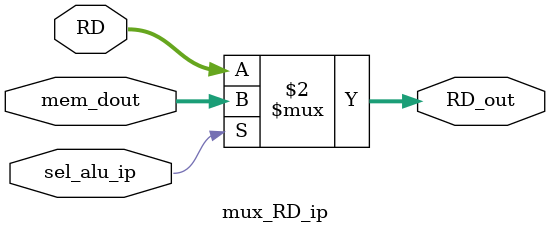
<source format=v>
`timescale 1ns / 1ps


module mux_RD_ip(mem_dout, RD, sel_alu_ip, RD_out);

input [7:0]mem_dout; //LD
input [7:0]RD;      //normal
input sel_alu_ip;
output [7:0]RD_out;

assign RD_out = (sel_alu_ip==1'b1)? mem_dout : RD;
 
endmodule

</source>
